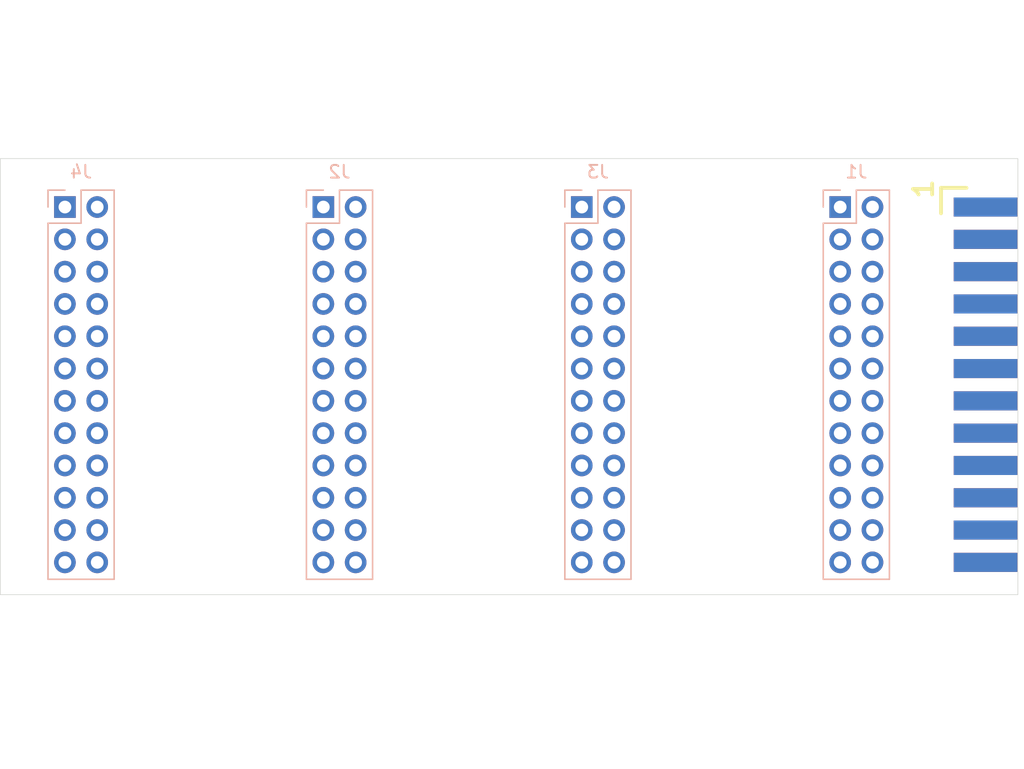
<source format=kicad_pcb>
(kicad_pcb (version 20241229) (generator "pcbnew") (generator_version "9.0")
  (layers (0 "F.Cu" signal) (2 "B.Cu" signal) (13 "F.Paste" user) (15 "B.Paste" user) (5 "F.SilkS" user "F.Silkscreen") (7 "B.SilkS" user "B.Silkscreen") (1 "F.Mask" user) (3 "B.Mask" user) (25 "Edge.Cuts" user))
  (net 0 "")
  (net 1 "/SCL_0")
  (net 2 "/MOSI")
  (net 3 "/SDA_0")
  (net 4 "/GND")
  (net 5 "/CS3")
  (net 6 "/IO1")
  (net 7 "/SDA_1")
  (net 8 "/IO2")
  (net 9 "/SCL_1")
  (net 10 "/UART_RX")
  (net 11 "/BYPASS")
  (net 12 "/5V")
  (net 13 "/CS0")
  (net 14 "/CS1")
  (net 15 "/IO3")
  (net 16 "/MISO")
  (net 17 "/3V3")
  (net 18 "/UART_TX")
  (net 19 "/IO0")
  (net 20 "/CS2")
  (footprint "IcaroFootprints:Connector_Icaro_Edge_tarjeta" (layer "F.Cu") (at 135.89 69.87 90)
    (property "Reference" "J5" (hide yes))
    (property "Value" "~")
    (fp_line (start 15.5 -3.5) (end 15.5 -1.5) (stroke (width 0.3)) (layer "F.SilkS"))
    (fp_line (start 13.5 -3.5) (end 15.5 -3.5) (stroke (width 0.3)) (layer "F.SilkS"))
    (fp_text user "1" (at 14.5 -4 90) (layer "F.SilkS") (effects (font (size 1.5 1.5) (thickness 0.3) (bold yes)) (justify left bottom)))
    (pad "1" smd rect (at 13.99 0 90) (size 1.5 5) (layers "F.Cu" "F.Mask" "F.Paste") (net 11 "/BYPASS"))
    (pad "2" smd rect (at 13.99 0 270) (size 1.5 5) (layers "B.Cu" "B.Mask" "B.Paste") (net 11 "/BYPASS"))
    (pad "3" smd rect (at 11.45 0 90) (size 1.5 5) (layers "F.Cu" "F.Mask" "F.Paste") (net 4 "/GND"))
    (pad "4" smd rect (at 11.45 0 270) (size 1.5 5) (layers "B.Cu" "B.Mask" "B.Paste") (net 4 "/GND"))
    (pad "5" smd rect (at 8.91 0 90) (size 1.5 5) (layers "F.Cu" "F.Mask" "F.Paste") (net 12 "/5V"))
    (pad "6" smd rect (at 8.91 0 270) (size 1.5 5) (layers "B.Cu" "B.Mask" "B.Paste") (net 17 "/3V3"))
    (pad "7" smd rect (at 6.37 0 90) (size 1.5 5) (layers "F.Cu" "F.Mask" "F.Paste") (net 3 "/SDA_0"))
    (pad "8" smd rect (at 6.37 0 270) (size 1.5 5) (layers "B.Cu" "B.Mask" "B.Paste") (net 18 "/UART_TX"))
    (pad "9" smd rect (at 3.83 0 90) (size 1.5 5) (layers "F.Cu" "F.Mask" "F.Paste") (net 1 "/SCL_0"))
    (pad "10" smd rect (at 3.83 0 270) (size 1.5 5) (layers "B.Cu" "B.Mask" "B.Paste") (net 10 "/UART_RX"))
    (pad "11" smd rect (at 1.29 0 90) (size 1.5 5) (layers "F.Cu" "F.Mask" "F.Paste") (net 19 "/IO0"))
    (pad "12" smd rect (at 1.29 0 270) (size 1.5 5) (layers "B.Cu" "B.Mask" "B.Paste") (net 6 "/IO1"))
    (pad "13" smd rect (at -1.25 0 90) (size 1.5 5) (layers "F.Cu" "F.Mask" "F.Paste") (net 8 "/IO2"))
    (pad "14" smd rect (at -1.25 0 270) (size 1.5 5) (layers "B.Cu" "B.Mask" "B.Paste") (net 15 "/IO3"))
    (pad "15" smd rect (at -3.79 0 90) (size 1.5 5) (layers "F.Cu" "F.Mask" "F.Paste") (net 4 "/GND"))
    (pad "16" smd rect (at -3.79 0 270) (size 1.5 5) (layers "B.Cu" "B.Mask" "B.Paste") (net 4 "/GND"))
    (pad "17" smd rect (at -6.33 0 90) (size 1.5 5) (layers "F.Cu" "F.Mask" "F.Paste") (net 7 "/SDA_1"))
    (pad "18" smd rect (at -6.33 0 270) (size 1.5 5) (layers "B.Cu" "B.Mask" "B.Paste") (net 2 "/MOSI"))
    (pad "19" smd rect (at -8.87 0 90) (size 1.5 5) (layers "F.Cu" "F.Mask" "F.Paste") (net 9 "/SCL_1"))
    (pad "20" smd rect (at -8.87 0 270) (size 1.5 5) (layers "B.Cu" "B.Mask" "B.Paste") (net 16 "/MISO"))
    (pad "21" smd rect (at -11.41 0 90) (size 1.5 5) (layers "F.Cu" "F.Mask" "F.Paste") (net 13 "/CS0"))
    (pad "22" smd rect (at -11.41 0 270) (size 1.5 5) (layers "B.Cu" "B.Mask" "B.Paste") (net 14 "/CS1"))
    (pad "23" smd rect (at -13.95 0 90) (size 1.5 5) (layers "F.Cu" "F.Mask" "F.Paste") (net 20 "/CS2"))
    (pad "24" smd rect (at -13.95 0 270) (size 1.5 5) (layers "B.Cu" "B.Mask" "B.Paste") (net 5 "/CS3"))
  )
  (footprint "Connector_PinSocket_2.54mm:PinSocket_2x12_P2.54mm_Vertical" (layer "B.Cu") (at 124.46 55.88 180)
    (property "Reference" "J1" (at -1.27 2.77 0) (layer "B.SilkS") (effects (justify mirror)))
    (property "Value" "~")
    (fp_line (start 1.33 1.33) (end 1.33 0) (stroke (width 0.12)) (layer "B.SilkS"))
    (fp_line (start 1.33 -1.27) (end 1.33 -29.27) (stroke (width 0.12)) (layer "B.SilkS"))
    (fp_line (start 0 1.33) (end 1.33 1.33) (stroke (width 0.12)) (layer "B.SilkS"))
    (fp_line (start -1.27 1.33) (end -1.27 -1.27) (stroke (width 0.12)) (layer "B.SilkS"))
    (fp_line (start -1.27 -1.27) (end 1.33 -1.27) (stroke (width 0.12)) (layer "B.SilkS"))
    (fp_line (start -3.87 1.33) (end -1.27 1.33) (stroke (width 0.12)) (layer "B.SilkS"))
    (fp_line (start -3.87 1.33) (end -3.87 -29.27) (stroke (width 0.12)) (layer "B.SilkS"))
    (fp_line (start -3.87 -29.27) (end 1.33 -29.27) (stroke (width 0.12)) (layer "B.SilkS"))
    (pad "1" thru_hole rect (at 0 0 180) (size 1.7 1.7) (drill 1) (layers "*.Cu" "*.Mask") (net 11 "/BYPASS"))
    (pad "2" thru_hole oval (at -2.54 0 180) (size 1.7 1.7) (drill 1) (layers "*.Cu" "*.Mask") (net 11 "/BYPASS"))
    (pad "3" thru_hole oval (at 0 -2.54 180) (size 1.7 1.7) (drill 1) (layers "*.Cu" "*.Mask") (net 4 "/GND"))
    (pad "4" thru_hole oval (at -2.54 -2.54 180) (size 1.7 1.7) (drill 1) (layers "*.Cu" "*.Mask") (net 4 "/GND"))
    (pad "5" thru_hole oval (at 0 -5.08 180) (size 1.7 1.7) (drill 1) (layers "*.Cu" "*.Mask") (net 12 "/5V"))
    (pad "6" thru_hole oval (at -2.54 -5.08 180) (size 1.7 1.7) (drill 1) (layers "*.Cu" "*.Mask") (net 17 "/3V3"))
    (pad "7" thru_hole oval (at 0 -7.62 180) (size 1.7 1.7) (drill 1) (layers "*.Cu" "*.Mask") (net 3 "/SDA_0"))
    (pad "8" thru_hole oval (at -2.54 -7.62 180) (size 1.7 1.7) (drill 1) (layers "*.Cu" "*.Mask") (net 18 "/UART_TX"))
    (pad "9" thru_hole oval (at 0 -10.16 180) (size 1.7 1.7) (drill 1) (layers "*.Cu" "*.Mask") (net 1 "/SCL_0"))
    (pad "10" thru_hole oval (at -2.54 -10.16 180) (size 1.7 1.7) (drill 1) (layers "*.Cu" "*.Mask") (net 10 "/UART_RX"))
    (pad "11" thru_hole oval (at 0 -12.7 180) (size 1.7 1.7) (drill 1) (layers "*.Cu" "*.Mask") (net 19 "/IO0"))
    (pad "12" thru_hole oval (at -2.54 -12.7 180) (size 1.7 1.7) (drill 1) (layers "*.Cu" "*.Mask") (net 6 "/IO1"))
    (pad "13" thru_hole oval (at 0 -15.24 180) (size 1.7 1.7) (drill 1) (layers "*.Cu" "*.Mask") (net 8 "/IO2"))
    (pad "14" thru_hole oval (at -2.54 -15.24 180) (size 1.7 1.7) (drill 1) (layers "*.Cu" "*.Mask") (net 15 "/IO3"))
    (pad "15" thru_hole oval (at 0 -17.78 180) (size 1.7 1.7) (drill 1) (layers "*.Cu" "*.Mask") (net 4 "/GND"))
    (pad "16" thru_hole oval (at -2.54 -17.78 180) (size 1.7 1.7) (drill 1) (layers "*.Cu" "*.Mask") (net 4 "/GND"))
    (pad "17" thru_hole oval (at 0 -20.32 180) (size 1.7 1.7) (drill 1) (layers "*.Cu" "*.Mask") (net 7 "/SDA_1"))
    (pad "18" thru_hole oval (at -2.54 -20.32 180) (size 1.7 1.7) (drill 1) (layers "*.Cu" "*.Mask") (net 2 "/MOSI"))
    (pad "19" thru_hole oval (at 0 -22.86 180) (size 1.7 1.7) (drill 1) (layers "*.Cu" "*.Mask") (net 9 "/SCL_1"))
    (pad "20" thru_hole oval (at -2.54 -22.86 180) (size 1.7 1.7) (drill 1) (layers "*.Cu" "*.Mask") (net 16 "/MISO"))
    (pad "21" thru_hole oval (at 0 -25.4 180) (size 1.7 1.7) (drill 1) (layers "*.Cu" "*.Mask") (net 13 "/CS0"))
    (pad "22" thru_hole oval (at -2.54 -25.4 180) (size 1.7 1.7) (drill 1) (layers "*.Cu" "*.Mask") (net 14 "/CS1"))
    (pad "23" thru_hole oval (at 0 -27.94 180) (size 1.7 1.7) (drill 1) (layers "*.Cu" "*.Mask") (net 20 "/CS2"))
    (pad "24" thru_hole oval (at -2.54 -27.94 180) (size 1.7 1.7) (drill 1) (layers "*.Cu" "*.Mask") (net 5 "/CS3"))
  )
  (footprint "Connector_PinSocket_2.54mm:PinSocket_2x12_P2.54mm_Vertical" (layer "B.Cu") (at 63.5 55.88 180)
    (property "Reference" "J4" (at -1.27 2.77 0) (layer "B.SilkS") (effects (justify mirror)))
    (property "Value" "~")
    (fp_line (start 1.33 1.33) (end 1.33 0) (stroke (width 0.12)) (layer "B.SilkS"))
    (fp_line (start 1.33 -1.27) (end 1.33 -29.27) (stroke (width 0.12)) (layer "B.SilkS"))
    (fp_line (start 0 1.33) (end 1.33 1.33) (stroke (width 0.12)) (layer "B.SilkS"))
    (fp_line (start -1.27 1.33) (end -1.27 -1.27) (stroke (width 0.12)) (layer "B.SilkS"))
    (fp_line (start -1.27 -1.27) (end 1.33 -1.27) (stroke (width 0.12)) (layer "B.SilkS"))
    (fp_line (start -3.87 1.33) (end -1.27 1.33) (stroke (width 0.12)) (layer "B.SilkS"))
    (fp_line (start -3.87 1.33) (end -3.87 -29.27) (stroke (width 0.12)) (layer "B.SilkS"))
    (fp_line (start -3.87 -29.27) (end 1.33 -29.27) (stroke (width 0.12)) (layer "B.SilkS"))
    (pad "1" thru_hole rect (at 0 0 180) (size 1.7 1.7) (drill 1) (layers "*.Cu" "*.Mask") (net 11 "/BYPASS"))
    (pad "2" thru_hole oval (at -2.54 0 180) (size 1.7 1.7) (drill 1) (layers "*.Cu" "*.Mask") (net 11 "/BYPASS"))
    (pad "3" thru_hole oval (at 0 -2.54 180) (size 1.7 1.7) (drill 1) (layers "*.Cu" "*.Mask") (net 4 "/GND"))
    (pad "4" thru_hole oval (at -2.54 -2.54 180) (size 1.7 1.7) (drill 1) (layers "*.Cu" "*.Mask") (net 4 "/GND"))
    (pad "5" thru_hole oval (at 0 -5.08 180) (size 1.7 1.7) (drill 1) (layers "*.Cu" "*.Mask") (net 12 "/5V"))
    (pad "6" thru_hole oval (at -2.54 -5.08 180) (size 1.7 1.7) (drill 1) (layers "*.Cu" "*.Mask") (net 17 "/3V3"))
    (pad "7" thru_hole oval (at 0 -7.62 180) (size 1.7 1.7) (drill 1) (layers "*.Cu" "*.Mask") (net 3 "/SDA_0"))
    (pad "8" thru_hole oval (at -2.54 -7.62 180) (size 1.7 1.7) (drill 1) (layers "*.Cu" "*.Mask") (net 18 "/UART_TX"))
    (pad "9" thru_hole oval (at 0 -10.16 180) (size 1.7 1.7) (drill 1) (layers "*.Cu" "*.Mask") (net 1 "/SCL_0"))
    (pad "10" thru_hole oval (at -2.54 -10.16 180) (size 1.7 1.7) (drill 1) (layers "*.Cu" "*.Mask") (net 10 "/UART_RX"))
    (pad "11" thru_hole oval (at 0 -12.7 180) (size 1.7 1.7) (drill 1) (layers "*.Cu" "*.Mask") (net 19 "/IO0"))
    (pad "12" thru_hole oval (at -2.54 -12.7 180) (size 1.7 1.7) (drill 1) (layers "*.Cu" "*.Mask") (net 6 "/IO1"))
    (pad "13" thru_hole oval (at 0 -15.24 180) (size 1.7 1.7) (drill 1) (layers "*.Cu" "*.Mask") (net 8 "/IO2"))
    (pad "14" thru_hole oval (at -2.54 -15.24 180) (size 1.7 1.7) (drill 1) (layers "*.Cu" "*.Mask") (net 15 "/IO3"))
    (pad "15" thru_hole oval (at 0 -17.78 180) (size 1.7 1.7) (drill 1) (layers "*.Cu" "*.Mask") (net 4 "/GND"))
    (pad "16" thru_hole oval (at -2.54 -17.78 180) (size 1.7 1.7) (drill 1) (layers "*.Cu" "*.Mask") (net 4 "/GND"))
    (pad "17" thru_hole oval (at 0 -20.32 180) (size 1.7 1.7) (drill 1) (layers "*.Cu" "*.Mask") (net 7 "/SDA_1"))
    (pad "18" thru_hole oval (at -2.54 -20.32 180) (size 1.7 1.7) (drill 1) (layers "*.Cu" "*.Mask") (net 2 "/MOSI"))
    (pad "19" thru_hole oval (at 0 -22.86 180) (size 1.7 1.7) (drill 1) (layers "*.Cu" "*.Mask") (net 9 "/SCL_1"))
    (pad "20" thru_hole oval (at -2.54 -22.86 180) (size 1.7 1.7) (drill 1) (layers "*.Cu" "*.Mask") (net 16 "/MISO"))
    (pad "21" thru_hole oval (at 0 -25.4 180) (size 1.7 1.7) (drill 1) (layers "*.Cu" "*.Mask") (net 13 "/CS0"))
    (pad "22" thru_hole oval (at -2.54 -25.4 180) (size 1.7 1.7) (drill 1) (layers "*.Cu" "*.Mask") (net 14 "/CS1"))
    (pad "23" thru_hole oval (at 0 -27.94 180) (size 1.7 1.7) (drill 1) (layers "*.Cu" "*.Mask") (net 20 "/CS2"))
    (pad "24" thru_hole oval (at -2.54 -27.94 180) (size 1.7 1.7) (drill 1) (layers "*.Cu" "*.Mask") (net 5 "/CS3"))
  )
  (footprint "Connector_PinSocket_2.54mm:PinSocket_2x12_P2.54mm_Vertical" (layer "B.Cu") (at 104.14 55.88 180)
    (property "Reference" "J3" (at -1.27 2.77 0) (layer "B.SilkS") (effects (justify mirror)))
    (property "Value" "~")
    (fp_line (start 1.33 1.33) (end 1.33 0) (stroke (width 0.12)) (layer "B.SilkS"))
    (fp_line (start 1.33 -1.27) (end 1.33 -29.27) (stroke (width 0.12)) (layer "B.SilkS"))
    (fp_line (start 0 1.33) (end 1.33 1.33) (stroke (width 0.12)) (layer "B.SilkS"))
    (fp_line (start -1.27 1.33) (end -1.27 -1.27) (stroke (width 0.12)) (layer "B.SilkS"))
    (fp_line (start -1.27 -1.27) (end 1.33 -1.27) (stroke (width 0.12)) (layer "B.SilkS"))
    (fp_line (start -3.87 1.33) (end -1.27 1.33) (stroke (width 0.12)) (layer "B.SilkS"))
    (fp_line (start -3.87 1.33) (end -3.87 -29.27) (stroke (width 0.12)) (layer "B.SilkS"))
    (fp_line (start -3.87 -29.27) (end 1.33 -29.27) (stroke (width 0.12)) (layer "B.SilkS"))
    (pad "1" thru_hole rect (at 0 0 180) (size 1.7 1.7) (drill 1) (layers "*.Cu" "*.Mask") (net 11 "/BYPASS"))
    (pad "2" thru_hole oval (at -2.54 0 180) (size 1.7 1.7) (drill 1) (layers "*.Cu" "*.Mask") (net 11 "/BYPASS"))
    (pad "3" thru_hole oval (at 0 -2.54 180) (size 1.7 1.7) (drill 1) (layers "*.Cu" "*.Mask") (net 4 "/GND"))
    (pad "4" thru_hole oval (at -2.54 -2.54 180) (size 1.7 1.7) (drill 1) (layers "*.Cu" "*.Mask") (net 4 "/GND"))
    (pad "5" thru_hole oval (at 0 -5.08 180) (size 1.7 1.7) (drill 1) (layers "*.Cu" "*.Mask") (net 12 "/5V"))
    (pad "6" thru_hole oval (at -2.54 -5.08 180) (size 1.7 1.7) (drill 1) (layers "*.Cu" "*.Mask") (net 17 "/3V3"))
    (pad "7" thru_hole oval (at 0 -7.62 180) (size 1.7 1.7) (drill 1) (layers "*.Cu" "*.Mask") (net 3 "/SDA_0"))
    (pad "8" thru_hole oval (at -2.54 -7.62 180) (size 1.7 1.7) (drill 1) (layers "*.Cu" "*.Mask") (net 18 "/UART_TX"))
    (pad "9" thru_hole oval (at 0 -10.16 180) (size 1.7 1.7) (drill 1) (layers "*.Cu" "*.Mask") (net 1 "/SCL_0"))
    (pad "10" thru_hole oval (at -2.54 -10.16 180) (size 1.7 1.7) (drill 1) (layers "*.Cu" "*.Mask") (net 10 "/UART_RX"))
    (pad "11" thru_hole oval (at 0 -12.7 180) (size 1.7 1.7) (drill 1) (layers "*.Cu" "*.Mask") (net 19 "/IO0"))
    (pad "12" thru_hole oval (at -2.54 -12.7 180) (size 1.7 1.7) (drill 1) (layers "*.Cu" "*.Mask") (net 6 "/IO1"))
    (pad "13" thru_hole oval (at 0 -15.24 180) (size 1.7 1.7) (drill 1) (layers "*.Cu" "*.Mask") (net 8 "/IO2"))
    (pad "14" thru_hole oval (at -2.54 -15.24 180) (size 1.7 1.7) (drill 1) (layers "*.Cu" "*.Mask") (net 15 "/IO3"))
    (pad "15" thru_hole oval (at 0 -17.78 180) (size 1.7 1.7) (drill 1) (layers "*.Cu" "*.Mask") (net 4 "/GND"))
    (pad "16" thru_hole oval (at -2.54 -17.78 180) (size 1.7 1.7) (drill 1) (layers "*.Cu" "*.Mask") (net 4 "/GND"))
    (pad "17" thru_hole oval (at 0 -20.32 180) (size 1.7 1.7) (drill 1) (layers "*.Cu" "*.Mask") (net 7 "/SDA_1"))
    (pad "18" thru_hole oval (at -2.54 -20.32 180) (size 1.7 1.7) (drill 1) (layers "*.Cu" "*.Mask") (net 2 "/MOSI"))
    (pad "19" thru_hole oval (at 0 -22.86 180) (size 1.7 1.7) (drill 1) (layers "*.Cu" "*.Mask") (net 9 "/SCL_1"))
    (pad "20" thru_hole oval (at -2.54 -22.86 180) (size 1.7 1.7) (drill 1) (layers "*.Cu" "*.Mask") (net 16 "/MISO"))
    (pad "21" thru_hole oval (at 0 -25.4 180) (size 1.7 1.7) (drill 1) (layers "*.Cu" "*.Mask") (net 13 "/CS0"))
    (pad "22" thru_hole oval (at -2.54 -25.4 180) (size 1.7 1.7) (drill 1) (layers "*.Cu" "*.Mask") (net 14 "/CS1"))
    (pad "23" thru_hole oval (at 0 -27.94 180) (size 1.7 1.7) (drill 1) (layers "*.Cu" "*.Mask") (net 20 "/CS2"))
    (pad "24" thru_hole oval (at -2.54 -27.94 180) (size 1.7 1.7) (drill 1) (layers "*.Cu" "*.Mask") (net 5 "/CS3"))
  )
  (footprint "Connector_PinSocket_2.54mm:PinSocket_2x12_P2.54mm_Vertical" (layer "B.Cu") (at 83.82 55.88 180)
    (property "Reference" "J2" (at -1.27 2.77 0) (layer "B.SilkS") (effects (justify mirror)))
    (property "Value" "~")
    (fp_line (start 1.33 1.33) (end 1.33 0) (stroke (width 0.12)) (layer "B.SilkS"))
    (fp_line (start 1.33 -1.27) (end 1.33 -29.27) (stroke (width 0.12)) (layer "B.SilkS"))
    (fp_line (start 0 1.33) (end 1.33 1.33) (stroke (width 0.12)) (layer "B.SilkS"))
    (fp_line (start -1.27 1.33) (end -1.27 -1.27) (stroke (width 0.12)) (layer "B.SilkS"))
    (fp_line (start -1.27 -1.27) (end 1.33 -1.27) (stroke (width 0.12)) (layer "B.SilkS"))
    (fp_line (start -3.87 1.33) (end -1.27 1.33) (stroke (width 0.12)) (layer "B.SilkS"))
    (fp_line (start -3.87 1.33) (end -3.87 -29.27) (stroke (width 0.12)) (layer "B.SilkS"))
    (fp_line (start -3.87 -29.27) (end 1.33 -29.27) (stroke (width 0.12)) (layer "B.SilkS"))
    (pad "1" thru_hole rect (at 0 0 180) (size 1.7 1.7) (drill 1) (layers "*.Cu" "*.Mask") (net 11 "/BYPASS"))
    (pad "2" thru_hole oval (at -2.54 0 180) (size 1.7 1.7) (drill 1) (layers "*.Cu" "*.Mask") (net 11 "/BYPASS"))
    (pad "3" thru_hole oval (at 0 -2.54 180) (size 1.7 1.7) (drill 1) (layers "*.Cu" "*.Mask") (net 4 "/GND"))
    (pad "4" thru_hole oval (at -2.54 -2.54 180) (size 1.7 1.7) (drill 1) (layers "*.Cu" "*.Mask") (net 4 "/GND"))
    (pad "5" thru_hole oval (at 0 -5.08 180) (size 1.7 1.7) (drill 1) (layers "*.Cu" "*.Mask") (net 12 "/5V"))
    (pad "6" thru_hole oval (at -2.54 -5.08 180) (size 1.7 1.7) (drill 1) (layers "*.Cu" "*.Mask") (net 17 "/3V3"))
    (pad "7" thru_hole oval (at 0 -7.62 180) (size 1.7 1.7) (drill 1) (layers "*.Cu" "*.Mask") (net 3 "/SDA_0"))
    (pad "8" thru_hole oval (at -2.54 -7.62 180) (size 1.7 1.7) (drill 1) (layers "*.Cu" "*.Mask") (net 18 "/UART_TX"))
    (pad "9" thru_hole oval (at 0 -10.16 180) (size 1.7 1.7) (drill 1) (layers "*.Cu" "*.Mask") (net 1 "/SCL_0"))
    (pad "10" thru_hole oval (at -2.54 -10.16 180) (size 1.7 1.7) (drill 1) (layers "*.Cu" "*.Mask") (net 10 "/UART_RX"))
    (pad "11" thru_hole oval (at 0 -12.7 180) (size 1.7 1.7) (drill 1) (layers "*.Cu" "*.Mask") (net 19 "/IO0"))
    (pad "12" thru_hole oval (at -2.54 -12.7 180) (size 1.7 1.7) (drill 1) (layers "*.Cu" "*.Mask") (net 6 "/IO1"))
    (pad "13" thru_hole oval (at 0 -15.24 180) (size 1.7 1.7) (drill 1) (layers "*.Cu" "*.Mask") (net 8 "/IO2"))
    (pad "14" thru_hole oval (at -2.54 -15.24 180) (size 1.7 1.7) (drill 1) (layers "*.Cu" "*.Mask") (net 15 "/IO3"))
    (pad "15" thru_hole oval (at 0 -17.78 180) (size 1.7 1.7) (drill 1) (layers "*.Cu" "*.Mask") (net 4 "/GND"))
    (pad "16" thru_hole oval (at -2.54 -17.78 180) (size 1.7 1.7) (drill 1) (layers "*.Cu" "*.Mask") (net 4 "/GND"))
    (pad "17" thru_hole oval (at 0 -20.32 180) (size 1.7 1.7) (drill 1) (layers "*.Cu" "*.Mask") (net 7 "/SDA_1"))
    (pad "18" thru_hole oval (at -2.54 -20.32 180) (size 1.7 1.7) (drill 1) (layers "*.Cu" "*.Mask") (net 2 "/MOSI"))
    (pad "19" thru_hole oval (at 0 -22.86 180) (size 1.7 1.7) (drill 1) (layers "*.Cu" "*.Mask") (net 9 "/SCL_1"))
    (pad "20" thru_hole oval (at -2.54 -22.86 180) (size 1.7 1.7) (drill 1) (layers "*.Cu" "*.Mask") (net 16 "/MISO"))
    (pad "21" thru_hole oval (at 0 -25.4 180) (size 1.7 1.7) (drill 1) (layers "*.Cu" "*.Mask") (net 13 "/CS0"))
    (pad "22" thru_hole oval (at -2.54 -25.4 180) (size 1.7 1.7) (drill 1) (layers "*.Cu" "*.Mask") (net 14 "/CS1"))
    (pad "23" thru_hole oval (at 0 -27.94 180) (size 1.7 1.7) (drill 1) (layers "*.Cu" "*.Mask") (net 20 "/CS2"))
    (pad "24" thru_hole oval (at -2.54 -27.94 180) (size 1.7 1.7) (drill 1) (layers "*.Cu" "*.Mask") (net 5 "/CS3"))
  )
  (gr_rect (start 58.42 52.07) (end 138.43 86.36) (stroke (width 0.05)) (fill no) (layer "Edge.Cuts"))
)
</source>
